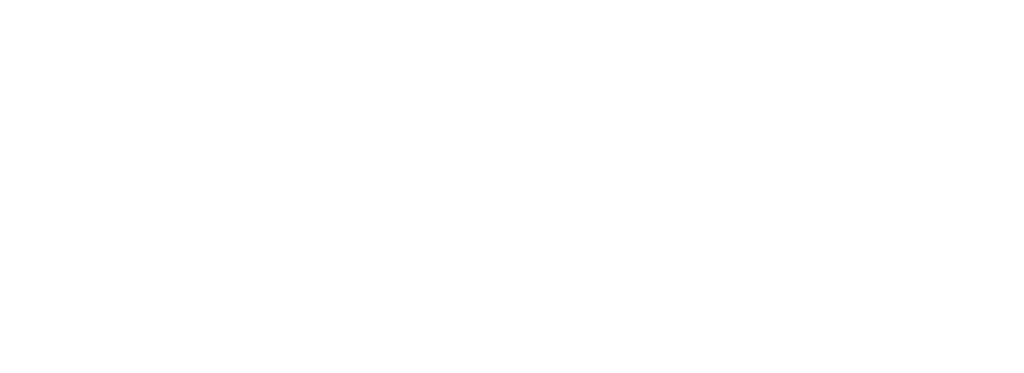
<source format=kicad_pcb>
(kicad_pcb
	(version 20241229)
	(generator "pcbnew")
	(generator_version "9.0")
	(general
		(thickness 1.6)
		(legacy_teardrops no)
	)
	(paper "A4")
	(layers
		(0 "F.Cu" signal)
		(2 "B.Cu" signal)
		(9 "F.Adhes" user "F.Adhesive")
		(11 "B.Adhes" user "B.Adhesive")
		(13 "F.Paste" user)
		(15 "B.Paste" user)
		(5 "F.SilkS" user "F.Silkscreen")
		(7 "B.SilkS" user "B.Silkscreen")
		(1 "F.Mask" user)
		(3 "B.Mask" user)
		(17 "Dwgs.User" user "User.Drawings")
		(19 "Cmts.User" user "User.Comments")
		(21 "Eco1.User" user "User.Eco1")
		(23 "Eco2.User" user "User.Eco2")
		(25 "Edge.Cuts" user)
		(27 "Margin" user)
		(31 "F.CrtYd" user "F.Courtyard")
		(29 "B.CrtYd" user "B.Courtyard")
		(35 "F.Fab" user)
		(33 "B.Fab" user)
		(39 "User.1" user)
		(41 "User.2" user)
		(43 "User.3" user)
		(45 "User.4" user)
	)
	(setup
		(pad_to_mask_clearance 0)
		(allow_soldermask_bridges_in_footprints no)
		(tenting front back)
		(pcbplotparams
			(layerselection 0x00000000_00000000_5555555d_55555550)
			(plot_on_all_layers_selection 0x00000000_00000000_00000000_00000000)
			(disableapertmacros no)
			(usegerberextensions no)
			(usegerberattributes yes)
			(usegerberadvancedattributes yes)
			(creategerberjobfile yes)
			(dashed_line_dash_ratio 12.000000)
			(dashed_line_gap_ratio 3.000000)
			(svgprecision 4)
			(plotframeref no)
			(mode 1)
			(useauxorigin no)
			(hpglpennumber 1)
			(hpglpenspeed 20)
			(hpglpendiameter 15.000000)
			(pdf_front_fp_property_popups yes)
			(pdf_back_fp_property_popups yes)
			(pdf_metadata yes)
			(pdf_single_document no)
			(dxfpolygonmode no)
			(dxfimperialunits yes)
			(dxfusepcbnewfont no)
			(psnegative no)
			(psa4output no)
			(plot_black_and_white yes)
			(sketchpadsonfab no)
			(plotpadnumbers no)
			(hidednponfab no)
			(sketchdnponfab no)
			(crossoutdnponfab no)
			(subtractmaskfromsilk no)
			(outputformat 3)
			(mirror no)
			(drillshape 0)
			(scaleselection 1)
			(outputdirectory "../../../../../")
		)
	)
	(net 0 "")
	(gr_line
		(start 223.87233 95.395702)
		(end 225.05819 78.437113)
		(stroke
			(width 0.1)
			(type default)
		)
		(layer "F.Fab")
		(uuid "037ca49a-22b8-447a-8139-6e0109e3bec4")
	)
	(gr_line
		(start 54.030596 92.937681)
		(end 56.982615 109.679412)
		(stroke
			(width 0.1)
			(type default)
		)
		(layer "F.Fab")
		(uuid "03c61b86-9585-4438-8d28-d807efd03325")
	)
	(gr_line
		(start 187.093976 111.236919)
		(end 187.093976 94.236919)
		(stroke
			(width 0.1)
			(type default)
		)
		(layer "F.Fab")
		(uuid "092b5437-06e2-4c03-9915-2ae4e9a6ceac")
	)
	(gr_line
		(start 111.469976 96.957021)
		(end 129.469976 96.957021)
		(stroke
			(width 0.1)
			(type default)
		)
		(layer "F.Fab")
		(uuid "0b037b6c-7966-41ff-806f-929bbd883b22")
	)
	(gr_line
		(start 54.300579 62.727277)
		(end 72.256731 61.47166)
		(stroke
			(width 0.1)
			(type default)
		)
		(layer "F.Fab")
		(uuid "0c7ece85-ea63-4637-b607-a3575090ba53")
	)
	(gr_line
		(start 187.094056 80.041879)
		(end 187.094056 97.041879)
		(stroke
			(width 0.1)
			(type default)
		)
		(layer "F.Fab")
		(uuid "0dd48870-ed80-4023-8e57-68cb3b5fd094")
	)
	(gr_line
		(start 205.093936 51.8)
		(end 223.093936 51.8)
		(stroke
			(width 0.1)
			(type default)
		)
		(layer "F.Fab")
		(uuid "0ea2aac2-fa5f-4643-a42f-6587981d6d97")
	)
	(gr_line
		(start 223.093936 102.80044)
		(end 205.093936 102.80044)
		(stroke
			(width 0.1)
			(type default)
		)
		(layer "F.Fab")
		(uuid "15ded4d7-d643-4403-bdbf-1044eb2512d9")
	)
	(gr_line
		(start 36.304057 96.063348)
		(end 54.030596 92.937681)
		(stroke
			(width 0.1)
			(type default)
		)
		(layer "F.Fab")
		(uuid "1642a233-1bc7-4b96-823f-1ddf81645a5f")
	)
	(gr_line
		(start 240.642606 113.610127)
		(end 222.686454 112.35451)
		(stroke
			(width 0.1)
			(type default)
		)
		(layer "F.Fab")
		(uuid "1684180a-902a-411c-ba40-0fd6f039c881")
	)
	(gr_line
		(start 170.325042 120.340382)
		(end 187.711707 115.681639)
		(stroke
			(width 0.1)
			(type default)
		)
		(layer "F.Fab")
		(uuid "169b2091-07c9-4575-8cd4-43e1e0c910a2")
	)
	(gr_line
		(start 205.093936 68.80022)
		(end 223.093936 68.80022)
		(stroke
			(width 0.1)
			(type default)
		)
		(layer "F.Fab")
		(uuid "1b6d7afb-082d-4800-9799-105a036bb553")
	)
	(gr_line
		(start 244.554057 92.954412)
		(end 247.506076 76.212681)
		(stroke
			(width 0.1)
			(type default)
		)
		(layer "F.Fab")
		(uuid "1ca05fae-f1e0-4d38-a3c7-9a67e2c920fb")
	)
	(gr_line
		(start 187.094056 114.042099)
		(end 169.094056 114.042099)
		(stroke
			(width 0.1)
			(type default)
		)
		(layer "F.Fab")
		(uuid "1f8accce-1822-4ca3-8ba3-28f9268e723a")
	)
	(gr_line
		(start 205.093976 111.236919)
		(end 187.093976 111.236919)
		(stroke
			(width 0.1)
			(type default)
		)
		(layer "F.Fab")
		(uuid "225c9741-e084-4e66-a20c-96317310f538")
	)
	(gr_line
		(start 59.934673 126.421363)
		(end 42.208134 129.54703)
		(stroke
			(width 0.1)
			(type default)
		)
		(layer "F.Fab")
		(uuid "2682a5db-e53f-45fe-ada0-58a9f2f23dae")
	)
	(gr_line
		(start 166.312203 122.035164)
		(end 174.812203 136.757596)
		(stroke
			(width 0.1)
			(type default)
		)
		(layer "F.Fab")
		(uuid "27fe2d53-b091-4ada-9305-4e6f8f4b6fc8")
	)
	(gr_line
		(start 75.47 85.80022)
		(end 75.47 68.80022)
		(stroke
			(width 0.1)
			(type default)
		)
		(layer "F.Fab")
		(uuid "28be7fcc-5ef2-46d7-ace1-36f7f9de50d4")
	)
	(gr_line
		(start 75.814342 112.347866)
		(end 57.85819 113.603483)
		(stroke
			(width 0.1)
			(type default)
		)
		(layer "F.Fab")
		(uuid "2b4e2769-f177-4af5-bd07-ad33da694362")
	)
	(gr_line
		(start 93.470012 77.236479)
		(end 93.470012 60.236479)
		(stroke
			(width 0.1)
			(type default)
		)
		(layer "F.Fab")
		(uuid "2d1130e4-fac7-4c8b-a9cc-fe78e67f7689")
	)
	(gr_line
		(start 159.223745 145.757596)
		(end 150.723745 131.035164)
		(stroke
			(width 0.1)
			(type default)
		)
		(layer "F.Fab")
		(uuid "2f271e15-12bb-4f7d-ae89-bd80ff9ff32d")
	)
	(gr_line
		(start 20.154057 108.413348)
		(end 37.880596 105.287681)
		(stroke
			(width 0.1)
			(type default)
		)
		(layer "F.Fab")
		(uuid "31cdb7a2-c41b-40ec-972d-0056156a2cf4")
	)
	(gr_line
		(start 223.093936 51.8)
		(end 223.093936 68.8)
		(stroke
			(width 0.1)
			(type default)
		)
		(layer "F.Fab")
		(uuid "32460923-f060-4e06-91c1-07116a6f14e2")
	)
	(gr_line
		(start 42.208134 129.54703)
		(end 39.256115 112.805299)
		(stroke
			(width 0.1)
			(type default)
		)
		(layer "F.Fab")
		(uuid "33dff51f-0a90-4f5d-9b79-c3eb1f721f60")
	)
	(gr_line
		(start 111.470012 94.236699)
		(end 93.470012 94.236699)
		(stroke
			(width 0.1)
			(type default)
		)
		(layer "F.Fab")
		(uuid "3564b975-e9d8-46fa-8fd8-7047b1fc3a31")
	)
	(gr_line
		(start 187.093976 94.236919)
		(end 205.093976 94.236919)
		(stroke
			(width 0.1)
			(type default)
		)
		(layer "F.Fab")
		(uuid "3b42230f-ec47-4f0e-be98-c85c37bd8e49")
	)
	(gr_line
		(start 111.469976 79.956801)
		(end 129.469976 79.956801)
		(stroke
			(width 0.1)
			(type default)
		)
		(layer "F.Fab")
		(uuid "3b75526e-3a7b-4208-8393-9c93b9ff0a4f")
	)
	(gr_line
		(start 205.093936 68.8)
		(end 205.093936 51.8)
		(stroke
			(width 0.1)
			(type default)
		)
		(layer "F.Fab")
		(uuid "3b805771-a5c7-4783-b1db-8fb7de6613bf")
	)
	(gr_line
		(start 36.30402 96.063132)
		(end 33.352001 79.321401)
		(stroke
			(width 0.1)
			(type default)
		)
		(layer "F.Fab")
		(uuid "3c1182c8-3250-4739-877b-b6d05a08182d")
	)
	(gr_line
		(start 241.828482 96.651319)
		(end 223.87233 95.395702)
		(stroke
			(width 0.1)
			(type default)
		)
		(layer "F.Fab")
		(uuid "3d77ddaf-31f1-4555-8a32-4a7c1b83a22a")
	)
	(gr_line
		(start 243.014342 79.69273)
		(end 241.828482 96.651319)
		(stroke
			(width 0.1)
			(type default)
		)
		(layer "F.Fab")
		(uuid "3d8e6117-787f-4558-b369-356110e27204")
	)
	(gr_line
		(start 106.443936 114.94638)
		(end 106.443936 131.94638)
		(stroke
			(width 0.1)
			(type default)
		)
		(layer "F.Fab")
		(uuid "3d96d3d1-78df-433f-9d19-6dbaca2b1bc6")
	)
	(gr_line
		(start 205.093936 102.80044)
		(end 205.093936 85.80044)
		(stroke
			(width 0.1)
			(type default)
		)
		(layer "F.Fab")
		(uuid "3f683675-2f85-4bff-a09c-c370d85de8d6")
	)
	(gr_line
		(start 75.47 51.8)
		(end 93.47 51.8)
		(stroke
			(width 0.1)
			(type default)
		)
		(layer "F.Fab")
		(uuid "3f6c08e6-bb6e-46d5-a60c-c3c0281dd639")
	)
	(gr_line
		(start 93.47 102.80044)
		(end 75.47 102.80044)
		(stroke
			(width 0.1)
			(type default)
		)
		(layer "F.Fab")
		(uuid "4176e323-7364-4949-81d1-a1386b702bba")
	)
	(gr_line
		(start 205.093976 77.236699)
		(end 205.093976 94.236699)
		(stroke
			(width 0.1)
			(type default)
		)
		(layer "F.Fab")
		(uuid "46de8266-9aff-43da-bf09-6602a28579d6")
	)
	(gr_line
		(start 225.05819 78.437113)
		(end 243.014342 79.69273)
		(stroke
			(width 0.1)
			(type default)
		)
		(layer "F.Fab")
		(uuid "482c5a3e-b670-4f12-b82d-84c5ccc9fc6a")
	)
	(gr_line
		(start 223.093936 68.80022)
		(end 223.093936 85.80022)
		(stroke
			(width 0.1)
			(type default)
		)
		(layer "F.Fab")
		(uuid "4839a97a-a29b-4be7-9323-3101f394cd43")
	)
	(gr_line
		(start 88.443936 131.94638)
		(end 88.443936 114.94638)
		(stroke
			(width 0.1)
			(type default)
		)
		(layer "F.Fab")
		(uuid "4ac8f578-2bf5-4394-b845-2a03b2013c71")
	)
	(gr_line
		(start 205.093976 94.236919)
		(end 205.093976 111.236919)
		(stroke
			(width 0.1)
			(type default)
		)
		(layer "F.Fab")
		(uuid "4e3134ff-5020-4101-ab98-d5f72729bf54")
	)
	(gr_line
		(start 241.601962 109.696578)
		(end 259.328501 112.822245)
		(stroke
			(width 0.1)
			(type default)
		)
		(layer "F.Fab")
		(uuid "5004a3da-88f2-44fc-a742-37a803d5ab49")
	)
	(gr_line
		(start 192.118936 131.94638)
		(end 192.118936 114.94638)
		(stroke
			(width 0.1)
			(type default)
		)
		(layer "F.Fab")
		(uuid "5059c64f-d3ba-4de3-ab1a-8cd787c4a4af")
	)
	(gr_line
		(start 223.093936 68.8)
		(end 205.093936 68.8)
		(stroke
			(width 0.1)
			(type default)
		)
		(layer "F.Fab")
		(uuid "54a9c3cb-2f50-4e7b-ba5e-eab3583c347e")
	)
	(gr_line
		(start 40.832615 122.029412)
		(end 23.106076 125.155079)
		(stroke
			(width 0.1)
			(type default)
		)
		(layer "F.Fab")
		(uuid "58d19948-d2cf-43c4-9f8c-edeafa405286")
	)
	(gr_line
		(start 75.47 68.80022)
		(end 93.47 68.80022)
		(stroke
			(width 0.1)
			(type default)
		)
		(layer "F.Fab")
		(uuid "5a9d59b4-fee2-4f0a-b2fe-8bb2824e591b")
	)
	(gr_line
		(start 72.256731 61.47166)
		(end 73.442591 78.430249)
		(stroke
			(width 0.1)
			(type default)
		)
		(layer "F.Fab")
		(uuid "5af78336-854e-449b-9117-cc3299dfebee")
	)
	(gr_line
		(start 106.475042 132.102378)
		(end 110.874965 115.681639)
		(stroke
			(width 0.1)
			(type default)
		)
		(layer "F.Fab")
		(uuid "5b18e0ee-3793-4cba-bd68-da05b80d5a9b")
	)
	(gr_line
		(start 187.094016 79.956581)
		(end 169.094016 79.956581)
		(stroke
			(width 0.1)
			(type default)
		)
		(layer "F.Fab")
		(uuid "5bef45b0-0c88-463b-ae68-7a17c1044c8e")
	)
	(gr_line
		(start 241.601998 109.696361)
		(end 244.554017 92.95463)
		(stroke
			(width 0.1)
			(type default)
		)
		(layer "F.Fab")
		(uuid "5ecd0af5-68ff-40cd-8c4f-4b93bc7f3031")
	)
	(gr_line
		(start 147.862565 131.035164)
		(end 139.362565 145.757596)
		(stroke
			(width 0.1)
			(type default)
		)
		(layer "F.Fab")
		(uuid "621421d5-f207-40dc-9e7f-77ed88c731bc")
	)
	(gr_line
		(start 74.628467 95.389057)
		(end 56.672315 96.644674)
		(stroke
			(width 0.1)
			(type default)
		)
		(layer "F.Fab")
		(uuid "62853ea8-0120-46f3-8bb4-4423b28a23e9")
	)
	(gr_line
		(start 54.030559 92.937465)
		(end 36.30402 96.063132)
		(stroke
			(width 0.1)
			(type default)
		)
		(layer "F.Fab")
		(uuid "6425e8bc-624c-4686-a8f7-0ef51cfe8f95")
	)
	(gr_line
		(start 223.872314 95.395921)
		(end 241.828466 96.651538)
		(stroke
			(width 0.1)
			(type default)
		)
		(layer "F.Fab")
		(uuid "66ce2d92-42d1-4cbd-832b-c9210e28a338")
	)
	(gr_line
		(start 275.430596 125.155079)
		(end 257.704057 122.029412)
		(stroke
			(width 0.1)
			(type default)
		)
		(layer "F.Fab")
		(uuid "6867b88d-2109-4206-ac08-a36bfb5d066b")
	)
	(gr_line
		(start 205.093976 94.236699)
		(end 187.093976 94.236699)
		(stroke
			(width 0.1)
			(type default)
		)
		(layer "F.Fab")
		(uuid "68d6d54d-8d26-43cc-8cd7-11676773cefa")
	)
	(gr_line
		(start 123.861707 136.761121)
		(end 106.475042 132.102378)
		(stroke
			(width 0.1)
			(type default)
		)
		(layer "F.Fab")
		(uuid "6929f543-c599-4634-85ff-a662d442d9af")
	)
	(gr_line
		(start 55.486455 79.686085)
		(end 73.442607 78.430468)
		(stroke
			(width 0.1)
			(type default)
		)
		(layer "F.Fab")
		(uuid "6aefd0a2-f1f5-49a5-8ab9-cf5d1db030c4")
	)
	(gr_line
		(start 111.469976 62.956581)
		(end 129.469976 62.956581)
		(stroke
			(width 0.1)
			(type default)
		)
		(layer "F.Fab")
		(uuid "6be06f95-6fbc-49dd-b923-f403eaf96a39")
	)
	(gr_line
		(start 262.280596 96.080079)
		(end 244.554057 92.954412)
		(stroke
			(width 0.1)
			(type default)
		)
		(layer "F.Fab")
		(uuid "6dc20a4e-f226-4a1d-bae2-b38efb4bfdc9")
	)
	(gr_line
		(start 205.093936 85.80044)
		(end 223.093936 85.80044)
		(stroke
			(width 0.1)
			(type default)
		)
		(layer "F.Fab")
		(uuid "6e29e4ff-6634-4903-9a28-9b9578716707")
	)
	(gr_line
		(start 223.093936 85.80044)
		(end 223.093936 102.80044)
		(stroke
			(width 0.1)
			(type default)
		)
		(layer "F.Fab")
		(uuid "6e7149b6-0dd3-4196-a4f0-54509ec34b82")
	)
	(gr_line
		(start 123.774107 136.757596)
		(end 132.274107 122.035164)
		(stroke
			(width 0.1)
			(type default)
		)
		(layer "F.Fab")
		(uuid "6ef1c991-d051-485d-82a6-c8e7eb0d5c1e")
	)
	(gr_line
		(start 265.232615 79.338348)
		(end 262.280596 96.080079)
		(stroke
			(width 0.1)
			(type default)
		)
		(layer "F.Fab")
		(uuid "75661741-f097-40d5-92aa-7b17f70bef3b")
	)
	(gr_line
		(start 73.442607 78.430468)
		(end 74.628467 95.389057)
		(stroke
			(width 0.1)
			(type default)
		)
		(layer "F.Fab")
		(uuid "7570076c-ac65-450a-b367-eb1157401418")
	)
	(gr_line
		(start 187.094016 62.956581)
		(end 187.094016 79.956581)
		(stroke
			(width 0.1)
			(type default)
		)
		(layer "F.Fab")
		(uuid "75721683-37c0-44fa-966e-f089b4562803")
	)
	(gr_line
		(start 75.47 85.80044)
		(end 93.47 85.80044)
		(stroke
			(width 0.1)
			(type default)
		)
		(layer "F.Fab")
		(uuid "76ae5840-a250-4b7d-9c0d-470dd60c0333")
	)
	(gr_line
		(start 93.470012 94.236919)
		(end 111.470012 94.236919)
		(stroke
			(width 0.1)
			(type default)
		)
		(layer "F.Fab")
		(uuid "78f2b92c-f7f1-47f1-ae31-8357bca09379")
	)
	(gr_line
		(start 205.093976 60.236479)
		(end 205.093976 77.236479)
		(stroke
			(width 0.1)
			(type default)
		)
		(layer "F.Fab")
		(uuid "7a0641a8-626d-42ee-b99b-b00cdc863354")
	)
	(gr_line
		(start 93.470012 94.236699)
		(end 93.470012 77.236699)
		(stroke
			(width 0.1)
			(type default)
		)
		(layer "F.Fab")
		(uuid "7cece5e9-5201-47e2-ade9-64c8288fcd97")
	)
	(gr_line
		(start 226.244065 61.478304)
		(end 244.200217 62.733921)
		(stroke
			(width 0.1)
			(type default)
		)
		(layer "F.Fab")
		(uuid "80db3436-1b37-4483-90e4-7cf5936cd45c")
	)
	(gr_line
		(start 111.470012 94.236919)
		(end 111.470012 111.236919)
		(stroke
			(width 0.1)
			(type default)
		)
		(layer "F.Fab")
		(uuid "836b729d-2547-4edf-b0bf-281a37282b49")
	)
	(gr_line
		(start 74.628482 95.389277)
		(end 75.814342 112.347866)
		(stroke
			(width 0.1)
			(type default)
		)
		(layer "F.Fab")
		(uuid "84669c3f-f44f-45f6-890c-209cefccab45")
	)
	(gr_line
		(start 93.47 85.80044)
		(end 93.47 102.80044)
		(stroke
			(width 0.1)
			(type default)
		)
		(layer "F.Fab")
		(uuid "85168dac-9fe9-4fff-b3a4-f47c88643c2d")
	)
	(gr_line
		(start 174.812203 136.757596)
		(end 159.223745 145.757596)
		(stroke
			(width 0.1)
			(type default)
		)
		(layer "F.Fab")
		(uuid "8aaadb85-f416-4154-9a3a-7e85dd82bc12")
	)
	(gr_line
		(start 139.362565 145.757596)
		(end 123.774107 136.757596)
		(stroke
			(width 0.1)
			(type default)
		)
		(layer "F.Fab")
		(uuid "8bbb17a5-8e7d-495c-a9c5-c059797689d3")
	)
	(gr_line
		(start 169.094056 80.041879)
		(end 187.094056 80.041879)
		(stroke
			(width 0.1)
			(type default)
		)
		(layer "F.Fab")
		(uuid "8de2c49f-a660-4a23-87fc-4a19a1f12e7a")
	)
	(gr_line
		(start 187.093976 77.236699)
		(end 205.093976 77.236699)
		(stroke
			(width 0.1)
			(type default)
		)
		(layer "F.Fab")
		(uuid "8eca77b9-6a3d-450f-a3f1-92de448e7949")
	)
	(gr_line
		(start 278.382615 108.413348)
		(end 275.430596 125.155079)
		(stroke
			(width 0.1)
			(type default)
		)
		(layer "F.Fab")
		(uuid "8ffffc08-5ef7-477a-93db-cd5ebb050293")
	)
	(gr_line
		(start 93.47 51.8)
		(end 93.47 68.8)
		(stroke
			(width 0.1)
			(type default)
		)
		(layer "F.Fab")
		(uuid "90ddc488-3684-420d-a707-00b2bdbe8c04")
	)
	(gr_line
		(start 129.469976 96.957021)
		(end 129.469976 113.957021)
		(stroke
			(width 0.1)
			(type default)
		)
		(layer "F.Fab")
		(uuid "92d36b1a-22ec-492c-8664-6a10f44ee38d")
	)
	(gr_line
		(start 210.118936 131.94638)
		(end 192.118936 131.94638)
		(stroke
			(width 0.1)
			(type default)
		)
		(layer "F.Fab")
		(uuid "930374a2-4661-460f-b099-bab5959b3a46")
	)
	(gr_line
		(start 256.376482 129.563976)
		(end 238.649943 126.438309)
		(stroke
			(width 0.1)
			(type default)
		)
		(layer "F.Fab")
		(uuid "94d1436d-c438-4cc8-aa6c-6ad41d17e817")
	)
	(gr_line
		(start 73.442591 78.430249)
		(end 55.486439 79.685866)
		(stroke
			(width 0.1)
			(type default)
		)
		(layer "F.Fab")
		(uuid "94d5356c-df64-4437-97f5-cf4c08804a78")
	)
	(gr_line
		(start 225.058205 78.436893)
		(end 226.244065 61.478304)
		(stroke
			(width 0.1)
			(type default)
		)
		(layer "F.Fab")
		(uuid "9655bbac-6b03-418d-b769-dc18e1375abb")
	)
	(gr_line
		(start 111.470012 77.236479)
		(end 93.470012 77.236479)
		(stroke
			(width 0.1)
			(type default)
		)
		(layer "F.Fab")
		(uuid "96a474d0-bc6e-48a8-8a61-8b9ffc0c9792")
	)
	(gr_line
		(start 129.469976 62.956581)
		(end 129.469976 79.956581)
		(stroke
			(width 0.1)
			(type default)
		)
		(layer "F.Fab")
		(uuid "96d06609-d735-4235-834e-d3ca3c5a06df")
	)
	(gr_line
		(start 88.443936 114.94638)
		(end 106.443936 114.94638)
		(stroke
			(width 0.1)
			(type default)
		)
		(layer "F.Fab")
		(uuid "97fe534f-489a-4732-9a05-6e41e7ad6da7")
	)
	(gr_line
		(start 259.328501 112.822245)
		(end 256.376482 129.563976)
		(stroke
			(width 0.1)
			(type default)
		)
		(layer "F.Fab")
		(uuid "9cb672f6-cb9c-4e1c-93b2-a9859bfb54d2")
	)
	(gr_line
		(start 110.874965 115.681639)
		(end 128.26163 120.340382)
		(stroke
			(width 0.1)
			(type default)
		)
		(layer "F.Fab")
		(uuid "9d0c66c1-f940-40dd-82a8-e828a70de189")
	)
	(gr_line
		(start 111.470012 60.236479)
		(end 111.470012 77.236479)
		(stroke
			(width 0.1)
			(type default)
		)
		(layer "F.Fab")
		(uuid "a214d63c-7e2c-484e-925f-6db49b2e90e7")
	)
	(gr_line
		(start 222.686454 112.35451)
		(end 223.872314 95.395921)
		(stroke
			(width 0.1)
			(type default)
		)
		(layer "F.Fab")
		(uuid "a3bdded4-68c7-48a0-9718-9accd4f79ab9")
	)
	(gr_line
		(start 75.47 68.8)
		(end 75.47 51.8)
		(stroke
			(width 0.1)
			(type default)
		)
		(layer "F.Fab")
		(uuid "a414621d-0598-4f68-9b86-891ead465dda")
	)
	(gr_line
		(start 187.093976 94.236699)
		(end 187.093976 77.236699)
		(stroke
			(width 0.1)
			(type default)
		)
		(layer "F.Fab")
		(uuid "a5c247be-09d7-4d16-b2b0-190d3a916ff8")
	)
	(gr_line
		(start 93.47 68.80022)
		(end 93.47 85.80022)
		(stroke
			(width 0.1)
			(type default)
		)
		(layer "F.Fab")
		(uuid "ad8859c7-30dd-467f-89d4-6dd354d751a6")
	)
	(gr_line
		(start 39.256115 112.805299)
		(end 56.982654 109.679632)
		(stroke
			(width 0.1)
			(type default)
		)
		(layer "F.Fab")
		(uuid "adaeff63-069f-46c1-a658-5d7cfee24a05")
	)
	(gr_line
		(start 39.256076 112.805079)
		(end 36.304057 96.063348)
		(stroke
			(width 0.1)
			(type default)
		)
		(layer "F.Fab")
		(uuid "adc843b7-56be-4b38-bbc1-1fdb46726916")
	)
	(gr_line
		(start 247.506076 76.212681)
		(end 265.232615 79.338348)
		(stroke
			(width 0.1)
			(type default)
		)
		(layer "F.Fab")
		(uuid "ae58f5af-0e51-4a46-91f0-fdfe9a5a6c0b")
	)
	(gr_line
		(start 210.118936 114.94638)
		(end 210.118936 131.94638)
		(stroke
			(width 0.1)
			(type default)
		)
		(layer "F.Fab")
		(uuid "b0745e21-9c53-4f45-8434-aa846a679bc6")
	)
	(gr_line
		(start 129.469976 113.957021)
		(end 111.469976 113.957021)
		(stroke
			(width 0.1)
			(type default)
		)
		(layer "F.Fab")
		(uuid "b1fa9fa1-d109-4b65-8087-ac5f92a1a782")
	)
	(gr_line
		(start 56.672315 96.644674)
		(end 55.486455 79.686085)
		(stroke
			(width 0.1)
			(type default)
		)
		(layer "F.Fab")
		(uuid "b231278d-6d15-4aa9-8a60-f29676d67399")
	)
	(gr_line
		(start 37.880596 105.287681)
		(end 40.832615 122.029412)
		(stroke
			(width 0.1)
			(type default)
		)
		(layer "F.Fab")
		(uuid "b4f9bb36-e2cf-4603-b3ae-48cdc5e6d5a8")
	)
	(gr_line
		(start 169.094056 114.042099)
		(end 169.094056 97.042099)
		(stroke
			(width 0.1)
			(type default)
		)
		(layer "F.Fab")
		(uuid "b6b6e069-dc9e-48ff-8d58-f13abe0d0231")
	)
	(gr_line
		(start 93.470012 77.236699)
		(end 111.470012 77.236699)
		(stroke
			(width 0.1)
			(type default)
		)
		(layer "F.Fab")
		(uuid "b8ed3452-f08b-4b17-83c0-8de59d6a92f5")
	)
	(gr_line
		(start 93.470012 60.236479)
		(end 111.470012 60.236479)
		(stroke
			(width 0.1)
			(type default)
		)
		(layer "F.Fab")
		(uuid "bc2ba3cd-38df-4e46-bb8e-49aba8136079")
	)
	(gr_line
		(start 187.094056 97.041879)
		(end 169.094056 97.041879)
		(stroke
			(width 0.1)
			(type default)
		)
		(layer "F.Fab")
		(uuid "bc60aef6-c55d-49c4-8d4e-65d08cae26c7")
	)
	(gr_line
		(start 111.470012 77.236699)
		(end 111.470012 94.236699)
		(stroke
			(width 0.1)
			(type default)
		)
		(layer "F.Fab")
		(uuid "bca5be3d-ef5d-4b0f-8577-bf804eaf5112")
	)
	(gr_line
		(start 260.656076 105.287681)
		(end 278.382615 108.413348)
		(stroke
			(width 0.1)
			(type default)
		)
		(layer "F.Fab")
		(uuid "c40d7ad7-8499-4b00-954f-e5f7f374a91d")
	)
	(gr_line
		(start 33.352001 79.321401)
		(end 51.07854 76.195734)
		(stroke
			(width 0.1)
			(type default)
		)
		(layer "F.Fab")
		(uuid "c42ee900-10a5-48a1-a4a5-39a79f8a3631")
	)
	(gr_line
		(start 262.280556 96.080297)
		(end 259.328537 112.822028)
		(stroke
			(width 0.1)
			(type default)
		)
		(layer "F.Fab")
		(uuid "c473d3e5-7ba6-48a8-92e1-4cc7dc2f7854")
	)
	(gr_line
		(start 75.47 102.80044)
		(end 75.47 85.80044)
		(stroke
			(width 0.1)
			(type default)
		)
		(layer "F.Fab")
		(uuid "c5811e06-3bb7-4e8b-a280-bccccb576122")
	)
	(gr_line
		(start 238.649943 126.438309)
		(end 241.601962 109.696578)
		(stroke
			(width 0.1)
			(type default)
		)
		(layer "F.Fab")
		(uuid "c5c25521-bd80-4286-ae2a-adf0758f7482")
	)
	(gr_line
		(start 129.469976 96.956801)
		(end 111.469976 96.956801)
		(stroke
			(width 0.1)
			(type default)
		)
		(layer "F.Fab")
		(uuid "c62fff6d-3579-4e9a-9267-4956736bff5f")
	)
	(gr_line
		(start 56.67233 96.644894)
		(end 74.628482 95.389277)
		(stroke
			(width 0.1)
			(type default)
		)
		(layer "F.Fab")
		(uuid "c7b7859f-5c95-483f-aa69-ff911091c51a")
	)
	(gr_line
		(start 93.47 68.8)
		(end 75.47 68.8)
		(stroke
			(width 0.1)
			(type default)
		)
		(layer "F.Fab")
		(uuid "c7c9bcce-5925-40f7-ae27-bf8ea8f35509")
	)
	(gr_line
		(start 187.094056 97.042099)
		(end 187.094056 114.042099)
		(stroke
			(width 0.1)
			(type default)
		)
		(layer "F.Fab")
		(uuid "c80d7092-7370-4454-b763-e9ff6ab68d76")
	)
	(gr_line
		(start 244.554017 92.95463)
		(end 262.280556 96.080297)
		(stroke
			(width 0.1)
			(type default)
		)
		(layer "F.Fab")
		(uuid "c8873afa-1000-402f-8828-e98ac17db765")
	)
	(gr_line
		(start 187.093976 60.236479)
		(end 205.093976 60.236479)
		(stroke
			(width 0.1)
			(type default)
		)
		(layer "F.Fab")
		(uuid "c8e6dbcf-ec8e-4afe-9c9f-5a3088cb495f")
	)
	(gr_line
		(start 55.486439 79.685866)
		(end 54.300579 62.727277)
		(stroke
			(width 0.1)
			(type default)
		)
		(layer "F.Fab")
		(uuid "c95f5497-c46c-4e3f-9eef-a2980a0daa81")
	)
	(gr_line
		(start 129.469976 79.956581)
		(end 111.469976 79.956581)
		(stroke
			(width 0.1)
			(type default)
		)
		(layer "F.Fab")
		(uuid "cce738fa-0e47-423b-b02f-0b308bc6412c")
	)
	(gr_line
		(start 56.982615 109.679412)
		(end 39.256076 112.805079)
		(stroke
			(width 0.1)
			(type default)
		)
		(layer "F.Fab")
		(uuid "d040b106-3355-4536-a822-5b8341db0726")
	)
	(gr_line
		(start 23.106076 125.155079)
		(end 20.154057 108.413348)
		(stroke
			(width 0.1)
			(type default)
		)
		(layer "F.Fab")
		(uuid "d51fc0d0-e834-4215-93c5-6157d8a8cd0d")
	)
	(gr_line
		(start 111.470012 111.236919)
		(end 93.470012 111.236919)
		(stroke
			(width 0.1)
			(type default)
		)
		(layer "F.Fab")
		(uuid "d592acce-31a0-48fc-8f6c-50f58251399b")
	)
	(gr_line
		(start 93.470012 111.236919)
		(end 93.470012 94.236919)
		(stroke
			(width 0.1)
			(type default)
		)
		(layer "F.Fab")
		(uuid "d7bd6edb-ce6b-4d30-9cdd-5292acf64638")
	)
	(gr_line
		(start 187.711707 115.681639)
		(end 192.11163 132.102378)
		(stroke
			(width 0.1)
			(type default)
		)
		(layer "F.Fab")
		(uuid "d8a0b151-0285-4d76-8aca-6a4f1118f6cc")
	)
	(gr_line
		(start 257.704057 122.029412)
		(end 260.656076 105.287681)
		(stroke
			(width 0.1)
			(type default)
		)
		(layer "F.Fab")
		(uuid "d929293a-7e19-43b9-b1ed-b0e381ba04ab")
	)
	(gr_line
		(start 169.094016 79.956581)
		(end 169.094016 62.956581)
		(stroke
			(width 0.1)
			(type default)
		)
		(layer "F.Fab")
		(uuid "da997b20-bfb4-46e0-aa44-65d9fb59c2e7")
	)
	(gr_line
		(start 111.469976 79.956581)
		(end 111.469976 62.956581)
		(stroke
			(width 0.1)
			(type default)
		)
		(layer "F.Fab")
		(uuid "dd96f7e4-410f-4855-b132-e96689c2800e")
	)
	(gr_line
		(start 223.093936 85.80022)
		(end 205.093936 85.80022)
		(stroke
			(width 0.1)
			(type default)
		)
		(layer "F.Fab")
		(uuid "ddf2d277-ced2-4658-93e0-a36d0984326e")
	)
	(gr_line
		(start 192.11163 132.102378)
		(end 174.724965 136.761121)
		(stroke
			(width 0.1)
			(type default)
		)
		(layer "F.Fab")
		(uuid "ddf8579a-4e4a-4b7c-ba67-566bd95af4a3")
	)
	(gr_line
		(start 111.469976 113.957021)
		(end 111.469976 96.957021)
		(stroke
			(width 0.1)
			(type default)
		)
		(layer "F.Fab")
		(uuid "dfdd3cc4-b566-463b-9fe5-89dcc352e4ae")
	)
	(gr_line
		(start 187.093976 77.236479)
		(end 187.093976 60.236479)
		(stroke
			(width 0.1)
			(type default)
		)
		(layer "F.Fab")
		(uuid "e408cd7b-d8ed-4447-9720-b31771d75b5d")
	)
	(gr_line
		(start 169.094016 62.956581)
		(end 187.094016 62.956581)
		(stroke
			(width 0.1)
			(type default)
		)
		(layer "F.Fab")
		(uuid "e5047544-0566-47a2-84ef-63027816bf8e")
	)
	(gr_line
		(start 259.328537 112.822028)
		(end 241.601998 109.696361)
		(stroke
			(width 0.1)
			(type default)
		)
		(layer "F.Fab")
		(uuid "e5cf2e70-71e8-4d88-8384-ef4e2a52eb05")
	)
	(gr_line
		(start 169.094056 97.042099)
		(end 187.094056 97.042099)
		(stroke
			(width 0.1)
			(type default)
		)
		(layer "F.Fab")
		(uuid "e6f37b6c-7da1-4698-862a-4d73f24acbd2")
	)
	(gr_line
		(start 129.469976 79.956801)
		(end 129.469976 96.956801)
		(stroke
			(width 0.1)
			(type default)
		)
		(layer "F.Fab")
		(uuid "e7012e6e-6926-4591-bd09-9b85bf3222db")
	)
	(gr_line
		(start 205.093936 85.80022)
		(end 205.093936 68.80022)
		(stroke
			(width 0.1)
			(type default)
		)
		(layer "F.Fab")
		(uuid "ea19fee2-daae-4633-aad5-da65f2429df6")
	)
	(gr_line
		(start 57.85819 113.603483)
		(end 56.67233 96.644894)
		(stroke
			(width 0.1)
			(type default)
		)
		(layer "F.Fab")
		(uuid "ec15bbc2-0c1e-40a4-bf7b-73a62d2ded70")
	)
	(gr_line
		(start 241.828466 96.651538)
		(end 240.642606 113.610127)
		(stroke
			(width 0.1)
			(type default)
		)
		(layer "F.Fab")
		(uuid "ef4c8268-ac00-4a00-8053-d09fdd1f71d1")
	)
	(gr_line
		(start 93.47 85.80022)
		(end 75.47 85.80022)
		(stroke
			(width 0.1)
			(type default)
		)
		(layer "F.Fab")
		(uuid "f03fdeef-c396-4e41-bd84-76f07cd4e4a1")
	)
	(gr_line
		(start 205.093976 77.236479)
		(end 187.093976 77.236479)
		(stroke
			(width 0.1)
			(type default)
		)
		(layer "F.Fab")
		(uuid "f1a2a7ac-f8d7-4a49-8654-4bb586abe66d")
	)
	(gr_line
		(start 150.723745 131.035164)
		(end 166.312203 122.035164)
		(stroke
			(width 0.1)
			(type default)
		)
		(layer "F.Fab")
		(uuid "f1a9354f-2493-4e01-828e-70c383dedc1d")
	)
	(gr_line
		(start 56.982654 109.679632)
		(end 59.934673 126.421363)
		(stroke
			(width 0.1)
			(type default)
		)
		(layer "F.Fab")
		(uuid "f2dc2bfe-3dff-4da6-8bec-ff73a62d1530")
	)
	(gr_line
		(start 244.200217 62.733921)
		(end 243.014357 79.69251)
		(stroke
			(width 0.1)
			(type default)
		)
		(layer "F.Fab")
		(uuid "f656c05c-785b-4c97-bdbf-738c5e7465e0")
	)
	(gr_line
		(start 51.07854 76.195734)
		(end 54.030559 92.937465)
		(stroke
			(width 0.1)
			(type default)
		)
		(layer "F.Fab")
		(uuid "f671d4c0-595e-4532-aa1a-64556c7c3a5d")
	)
	(gr_line
		(start 169.094056 97.041879)
		(end 169.094056 80.041879)
		(stroke
			(width 0.1)
			(type default)
		)
		(layer "F.Fab")
		(uuid "f6afb33a-a65d-4045-b5dc-2b14288988bf")
	)
	(gr_line
		(start 243.014357 79.69251)
		(end 225.058205 78.436893)
		(stroke
			(width 0.1)
			(type default)
		)
		(layer "F.Fab")
		(uuid "f6b87051-9a87-4716-9bec-85fa69b3157f")
	)
	(gr_line
		(start 106.443936 131.94638)
		(end 88.443936 131.94638)
		(stroke
			(width 0.1)
			(type default)
		)
		(layer "F.Fab")
		(uuid "fad97605-b400-462b-83f8-4906ea67f05b")
	)
	(gr_line
		(start 174.724965 136.761121)
		(end 170.325042 120.340382)
		(stroke
			(width 0.1)
			(type default)
		)
		(layer "F.Fab")
		(uuid "fcb4a8e2-07d2-43a3-86b4-2bb947a5c9fa")
	)
	(gr_line
		(start 192.118936 114.94638)
		(end 210.118936 114.94638)
		(stroke
			(width 0.1)
			(type default)
		)
		(layer "F.Fab")
		(uuid "fcbc1898-9345-4cf9-8b71-9d5fd3bea4bb")
	)
	(gr_line
		(start 111.469976 96.956801)
		(end 111.469976 79.956801)
		(stroke
			(width 0.1)
			(type default)
		)
		(layer "F.Fab")
		(uuid "fd81bbfa-cb96-46d9-a7ce-ae11f90954c7")
	)
	(gr_line
		(start 132.274107 122.035164)
		(end 147.862565 131.035164)
		(stroke
			(width 0.1)
			(type default)
		)
		(layer "F.Fab")
		(uuid "fdc0d9cb-03dd-4780-bbef-dd3db92e04fd")
	)
	(gr_line
		(start 128.26163 120.340382)
		(end 123.861707 136.761121)
		(stroke
			(width 0.1)
			(type default)
		)
		(layer "F.Fab")
		(uuid "ffeab83a-3991-49ef-a3b4-9c78a0098369")
	)
	(group ""
		(uuid "5ca4c41e-dd00-4648-88e1-3ef26d6c50a4")
		(members "037ca49a-22b8-447a-8139-6e0109e3bec4" "03c61b86-9585-4438-8d28-d807efd03325"
			"092b5437-06e2-4c03-9915-2ae4e9a6ceac" "0b037b6c-7966-41ff-806f-929bbd883b22"
			"0c7ece85-ea63-4637-b607-a3575090ba53" "0dd48870-ed80-4023-8e57-68cb3b5fd094"
			"0ea2aac2-fa5f-4643-a42f-6587981d6d97" "15ded4d7-d643-4403-bdbf-1044eb2512d9"
			"1642a233-1bc7-4b96-823f-1ddf81645a5f" "1684180a-902a-411c-ba40-0fd6f039c881"
			"169b2091-07c9-4575-8cd4-43e1e0c910a2" "1b6d7afb-082d-4800-9799-105a036bb553"
			"1ca05fae-f1e0-4d38-a3c7-9a67e2c920fb" "1f8accce-1822-4ca3-8ba3-28f9268e723a"
			"225c9741-e084-4e66-a20c-96317310f538" "2682a5db-e53f-45fe-ada0-58a9f2f23dae"
			"27fe2d53-b091-4ada-9305-4e6f8f4b6fc8" "28be7fcc-5ef2-46d7-ace1-36f7f9de50d4"
			"2b4e2769-f177-4af5-bd07-ad33da694362" "2d1130e4-fac7-4c8b-a9cc-fe78e67f7689"
			"2f271e15-12bb-4f7d-ae89-bd80ff9ff32d" "31cdb7a2-c41b-40ec-972d-0056156a2cf4"
			"32460923-f060-4e06-91c1-07116a6f14e2" "33dff51f-0a90-4f5d-9b79-c3eb1f721f60"
			"3564b975-e9d8-46fa-8fd8-7047b1fc3a31" "3b42230f-ec47-4f0e-be98-c85c37bd8e49"
			"3b75526e-3a7b-4208-8393-9c93b9ff0a4f" "3b805771-a5c7-4783-b1db-8fb7de6613bf"
			"3c1182c8-3250-4739-877b-b6d05a08182d" "3d77ddaf-31f1-4555-8a32-4a7c1b83a22a"
			"3d8e6117-787f-4558-b369-356110e27204" "3d96d3d1-78df-433f-9d19-6dbaca2b1bc6"
			"3f683675-2f85-4bff-a09c-c370d85de8d6" "3f6c08e6-bb6e-46d5-a60c-c3c0281dd639"
			"4176e323-7364-4949-81d1-a1386b702bba" "46de8266-9aff-43da-bf09-6602a28579d6"
			"482c5a3e-b670-4f12-b82d-84c5ccc9fc6a" "4839a97a-a29b-4be7-9323-3101f394cd43"
			"4ac8f578-2bf5-4394-b845-2a03b2013c71" "4e3134ff-5020-4101-ab98-d5f72729bf54"
			"5004a3da-88f2-44fc-a742-37a803d5ab49" "5059c64f-d3ba-4de3-ab1a-8cd787c4a4af"
			"54a9c3cb-2f50-4e7b-ba5e-eab3583c347e" "58d19948-d2cf-43c4-9f8c-edeafa405286"
			"5a9d59b4-fee2-4f0a-b2fe-8bb2824e591b" "5af78336-854e-449b-9117-cc3299dfebee"
			"5b18e0ee-3793-4cba-bd68-da05b80d5a9b" "5bef45b0-0c88-463b-ae68-7a17c1044c8e"
			"5ecd0af5-68ff-40cd-8c4f-4b93bc7f3031" "621421d5-f207-40dc-9e7f-77ed88c731bc"
			"62853ea8-0120-46f3-8bb4-4423b28a23e9" "6425e8bc-624c-4686-a8f7-0ef51cfe8f95"
			"66ce2d92-42d1-4cbd-832b-c9210e28a338" "6867b88d-2109-4206-ac08-a36bfb5d066b"
			"68d6d54d-8d26-43cc-8cd7-11676773cefa" "6929f543-c599-4634-85ff-a662d442d9af"
			"6aefd0a2-f1f5-49a5-8ab9-cf5d1db030c4" "6be06f95-6fbc-49dd-b923-f403eaf96a39"
			"6dc20a4e-f226-4a1d-bae2-b38efb4bfdc9" "6e29e4ff-6634-4903-9a28-9b9578716707"
			"6e7149b6-0dd3-4196-a4f0-54509ec34b82" "6ef1c991-d051-485d-82a6-c8e7eb0d5c1e"
			"75661741-f097-40d5-92aa-7b17f70bef3b" "7570076c-ac65-450a-b367-eb1157401418"
			"75721683-37c0-44fa-966e-f089b4562803" "76ae5840-a250-4b7d-9c0d-470dd60c0333"
			"78f2b92c-f7f1-47f1-ae31-8357bca09379" "7a0641a8-626d-42ee-b99b-b00cdc863354"
			"7cece5e9-5201-47e2-ade9-64c8288fcd97" "80db3436-1b37-4483-90e4-7cf5936cd45c"
			"836b729d-2547-4edf-b0bf-281a37282b49" "84669c3f-f44f-45f6-890c-209cefccab45"
			"85168dac-9fe9-4fff-b3a4-f47c88643c2d" "8aaadb85-f416-4154-9a3a-7e85dd82bc12"
			"8bbb17a5-8e7d-495c-a9c5-c059797689d3" "8de2c49f-a660-4a23-87fc-4a19a1f12e7a"
			"8eca77b9-6a3d-450f-a3f1-92de448e7949" "8ffffc08-5ef7-477a-93db-cd5ebb050293"
			"90ddc488-3684-420d-a707-00b2bdbe8c04" "92d36b1a-22ec-492c-8664-6a10f44ee38d"
			"930374a2-4661-460f-b099-bab5959b3a46" "94d1436d-c438-4cc8-aa6c-6ad41d17e817"
			"94d5356c-df64-4437-97f5-cf4c08804a78" "9655bbac-6b03-418d-b769-dc18e1375abb"
			"96a474d0-bc6e-48a8-8a61-8b9ffc0c9792" "96d06609-d735-4235-834e-d3ca3c5a06df"
			"97fe534f-489a-4732-9a05-6e41e7ad6da7" "9cb672f6-cb9c-4e1c-93b2-a9859bfb54d2"
			"9d0c66c1-f940-40dd-82a8-e828a70de189" "a214d63c-7e2c-484e-925f-6db49b2e90e7"
			"a3bdded4-68c7-48a0-9718-9accd4f79ab9" "a414621d-0598-4f68-9b86-891ead465dda"
			"a5c247be-09d7-4d16-b2b0-190d3a916ff8" "ad8859c7-30dd-467f-89d4-6dd354d751a6"
			"adaeff63-069f-46c1-a658-5d7cfee24a05" "adc843b7-56be-4b38-bbc1-1fdb46726916"
			"ae58f5af-0e51-4a46-91f0-fdfe9a5a6c0b" "b0745e21-9c53-4f45-8434-aa846a679bc6"
			"b1fa9fa1-d109-4b65-8087-ac5f92a1a782" "b231278d-6d15-4aa9-8a60-f29676d67399"
			"b4f9bb36-e2cf-4603-b3ae-48cdc5e6d5a8" "b6b6e069-dc9e-48ff-8d58-f13abe0d0231"
			"b8ed3452-f08b-4b17-83c0-8de59d6a92f5" "bc2ba3cd-38df-4e46-bb8e-49aba8136079"
			"bc60aef6-c55d-49c4-8d4e-65d08cae26c7" "bca5be3d-ef5d-4b0f-8577-bf804eaf5112"
			"c40d7ad7-8499-4b00-954f-e5f7f374a91d" "c42ee900-10a5-48a1-a4a5-39a79f8a3631"
			"c473d3e5-7ba6-48a8-92e1-4cc7dc2f7854" "c5811e06-3bb7-4e8b-a280-bccccb576122"
			"c5c25521-bd80-4286-ae2a-adf0758f7482" "c62fff6d-3579-4e9a-9267-4956736bff5f"
			"c7b7859f-5c95-483f-aa69-ff911091c51a" "c7c9bcce-5925-40f7-ae27-bf8ea8f35509"
			"c80d7092-7370-4454-b763-e9ff6ab68d76" "c8873afa-1000-402f-8828-e98ac17db765"
			"c8e6dbcf-ec8e-4afe-9c9f-5a3088cb495f" "c95f5497-c46c-4e3f-9eef-a2980a0daa81"
			"cce738fa-0e47-423b-b02f-0b308bc6412c" "d040b106-3355-4536-a822-5b8341db0726"
			"d51fc0d0-e834-4215-93c5-6157d8a8cd0d" "d592acce-31a0-48fc-8f6c-50f58251399b"
			"d7bd6edb-ce6b-4d30-9cdd-5292acf64638" "d8a0b151-0285-4d76-8aca-6a4f1118f6cc"
			"d929293a-7e19-43b9-b1ed-b0e381ba04ab" "da997b20-bfb4-46e0-aa44-65d9fb59c2e7"
			"dd96f7e4-410f-4855-b132-e96689c2800e" "ddf2d277-ced2-4658-93e0-a36d0984326e"
			"ddf8579a-4e4a-4b7c-ba67-566bd95af4a3" "dfdd3cc4-b566-463b-9fe5-89dcc352e4ae"
			"e408cd7b-d8ed-4447-9720-b31771d75b5d" "e5047544-0566-47a2-84ef-63027816bf8e"
			"e5cf2e70-71e8-4d88-8384-ef4e2a52eb05" "e6f37b6c-7da1-4698-862a-4d73f24acbd2"
			"e7012e6e-6926-4591-bd09-9b85bf3222db" "ea19fee2-daae-4633-aad5-da65f2429df6"
			"ec15bbc2-0c1e-40a4-bf7b-73a62d2ded70" "ef4c8268-ac00-4a00-8053-d09fdd1f71d1"
			"f03fdeef-c396-4e41-bd84-76f07cd4e4a1" "f1a2a7ac-f8d7-4a49-8654-4bb586abe66d"
			"f1a9354f-2493-4e01-828e-70c383dedc1d" "f2dc2bfe-3dff-4da6-8bec-ff73a62d1530"
			"f656c05c-785b-4c97-bdbf-738c5e7465e0" "f671d4c0-595e-4532-aa1a-64556c7c3a5d"
			"f6afb33a-a65d-4045-b5dc-2b14288988bf" "f6b87051-9a87-4716-9bec-85fa69b3157f"
			"fad97605-b400-462b-83f8-4906ea67f05b" "fcb4a8e2-07d2-43a3-86b4-2bb947a5c9fa"
			"fcbc1898-9345-4cf9-8b71-9d5fd3bea4bb" "fd81bbfa-cb96-46d9-a7ce-ae11f90954c7"
			"fdc0d9cb-03dd-4780-bbef-dd3db92e04fd" "ffeab83a-3991-49ef-a3b4-9c78a0098369"
		)
	)
	(embedded_fonts no)
)

</source>
